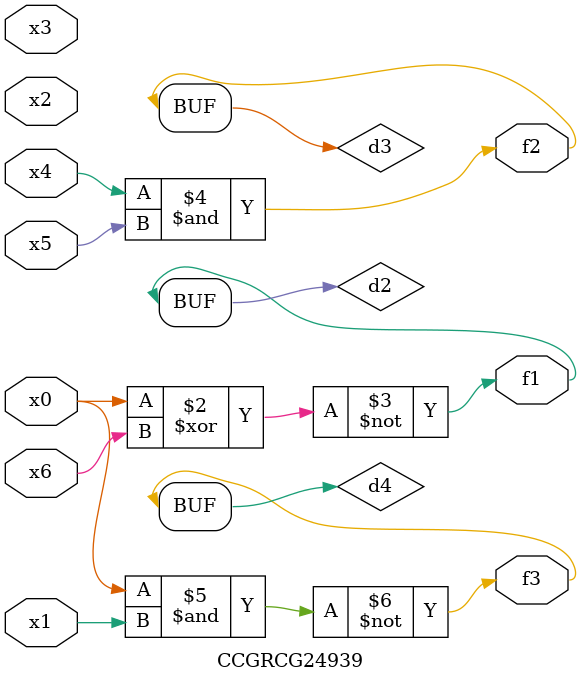
<source format=v>
module CCGRCG24939(
	input x0, x1, x2, x3, x4, x5, x6,
	output f1, f2, f3
);

	wire d1, d2, d3, d4;

	nor (d1, x0);
	xnor (d2, x0, x6);
	and (d3, x4, x5);
	nand (d4, x0, x1);
	assign f1 = d2;
	assign f2 = d3;
	assign f3 = d4;
endmodule

</source>
